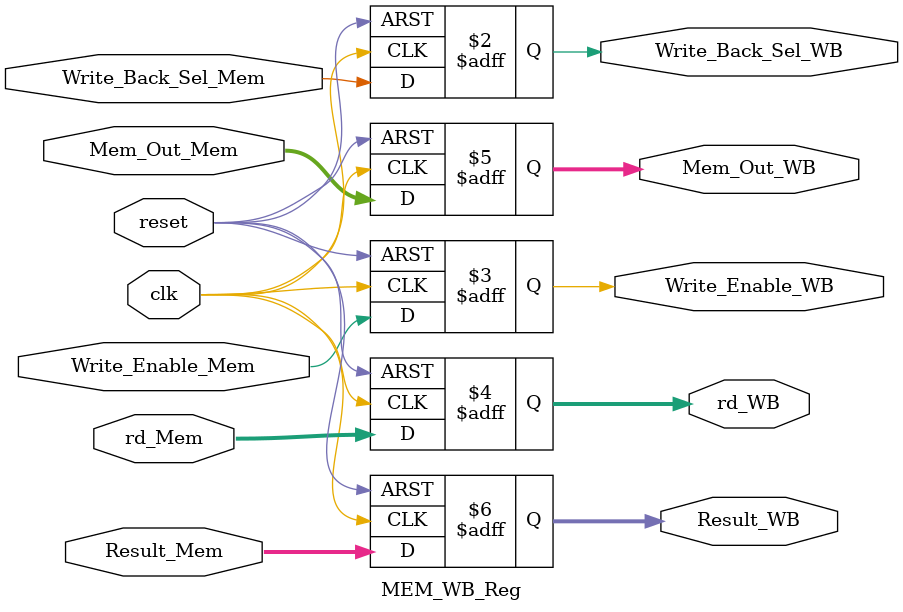
<source format=v>
`timescale 1ns / 1ps

module MEM_WB_Reg(
input clk,
input reset,
input Write_Back_Sel_Mem,
input Write_Enable_Mem,
input [3:0] rd_Mem,
input [15:0] Mem_Out_Mem, 
input [15:0] Result_Mem,

output reg Write_Back_Sel_WB,
output reg Write_Enable_WB,
output reg [3:0] rd_WB,
output reg [15:0] Mem_Out_WB, 
output reg [15:0] Result_WB
);

always@(posedge clk, posedge reset) begin
if (reset) begin
Write_Back_Sel_WB <= 0;
Write_Enable_WB <= 0;
rd_WB <= 0;
Mem_Out_WB <= 0; 
Result_WB <= 0;
end

else begin
Write_Back_Sel_WB <= Write_Back_Sel_Mem;
Write_Enable_WB <= Write_Enable_Mem;
rd_WB <= rd_Mem;
Mem_Out_WB <= Mem_Out_Mem; 
Result_WB <= Result_Mem;
end
//$display("rd_Mem: %d",rd_Mem);
//$display("rd_WB: %d",rd_WB);
end
endmodule

</source>
